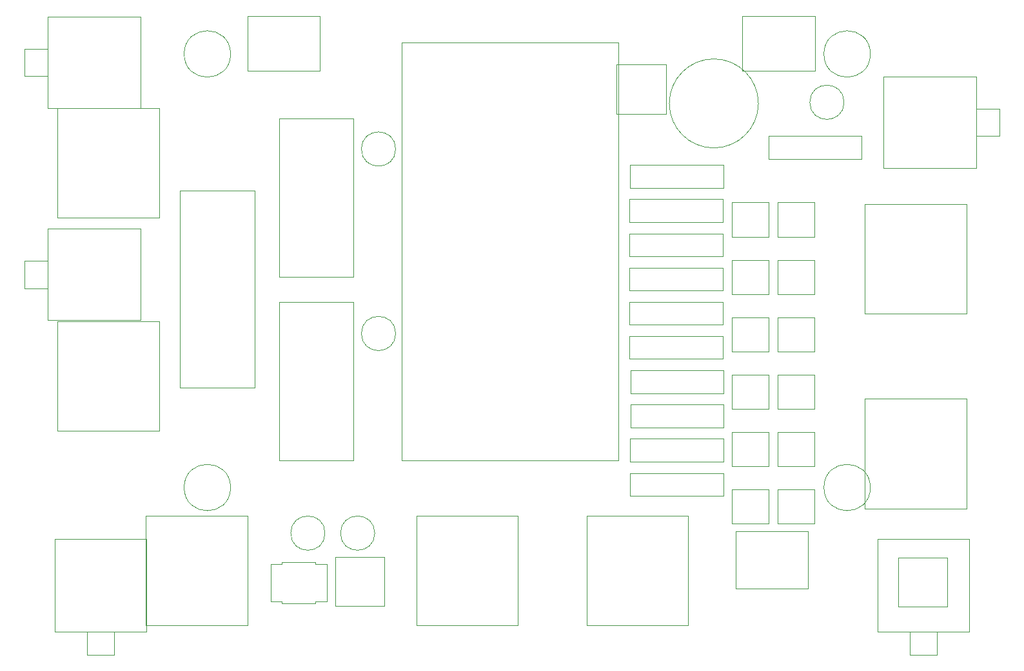
<source format=gbr>
%TF.GenerationSoftware,KiCad,Pcbnew,9.0.3*%
%TF.CreationDate,2025-07-22T15:18:12+02:00*%
%TF.ProjectId,Spikeling_v2.4,5370696b-656c-4696-9e67-5f76322e342e,rev?*%
%TF.SameCoordinates,Original*%
%TF.FileFunction,Other,User*%
%FSLAX46Y46*%
G04 Gerber Fmt 4.6, Leading zero omitted, Abs format (unit mm)*
G04 Created by KiCad (PCBNEW 9.0.3) date 2025-07-22 15:18:12*
%MOMM*%
%LPD*%
G01*
G04 APERTURE LIST*
%ADD10C,0.050000*%
%ADD11C,0.120000*%
G04 APERTURE END LIST*
D10*
%TO.C,SW2*%
X190250000Y-49990000D02*
X199800000Y-49990000D01*
X190250000Y-57240000D02*
X190250000Y-49990000D01*
X199800000Y-49990000D02*
X199800000Y-57240000D01*
X199800000Y-57240000D02*
X190250000Y-57240000D01*
%TO.C, *%
X123050000Y-55000000D02*
G75*
G02*
X116950000Y-55000000I-3050000J0D01*
G01*
X116950000Y-55000000D02*
G75*
G02*
X123050000Y-55000000I3050000J0D01*
G01*
%TO.C,D7*%
X188850000Y-74529000D02*
X188850000Y-79029000D01*
X188850000Y-79029000D02*
X193700000Y-79029000D01*
X193700000Y-74529000D02*
X188850000Y-74529000D01*
X193700000Y-79029000D02*
X193700000Y-74529000D01*
%TO.C,D2*%
X188850000Y-112254000D02*
X188850000Y-116754000D01*
X188850000Y-116754000D02*
X193700000Y-116754000D01*
X193700000Y-112254000D02*
X188850000Y-112254000D01*
X193700000Y-116754000D02*
X193700000Y-112254000D01*
%TO.C,D0*%
X136775000Y-121100000D02*
X136775000Y-127600000D01*
X136775000Y-127600000D02*
X143225000Y-127600000D01*
X143225000Y-121100000D02*
X136775000Y-121100000D01*
X143225000Y-127600000D02*
X143225000Y-121100000D01*
%TO.C,U3*%
X129400000Y-87575000D02*
X129400000Y-108425000D01*
X129400000Y-108425000D02*
X139200000Y-108425000D01*
X139200000Y-87575000D02*
X129400000Y-87575000D01*
X139200000Y-108425000D02*
X139200000Y-87575000D01*
%TO.C,RV6*%
X206350000Y-100350000D02*
X206350000Y-114750000D01*
X206350000Y-114750000D02*
X219650000Y-114750000D01*
X219650000Y-100350000D02*
X206350000Y-100350000D01*
X219650000Y-114750000D02*
X219650000Y-100350000D01*
%TO.C,RV4*%
X169850000Y-115750000D02*
X169850000Y-130150000D01*
X169850000Y-130150000D02*
X183150000Y-130150000D01*
X183150000Y-115750000D02*
X169850000Y-115750000D01*
X183150000Y-130150000D02*
X183150000Y-115750000D01*
%TO.C,D1*%
X173750000Y-56350000D02*
X173750000Y-62850000D01*
X173750000Y-62850000D02*
X180250000Y-62850000D01*
X180250000Y-56350000D02*
X173750000Y-56350000D01*
X180250000Y-62850000D02*
X180250000Y-56350000D01*
%TO.C,J2*%
X96000000Y-57900000D02*
X99000000Y-57900000D01*
X99000000Y-54300000D01*
X96000000Y-54300000D01*
X96000000Y-57900000D01*
D11*
X99000000Y-62100000D02*
X111200000Y-62100000D01*
X111200000Y-50100000D01*
X99000000Y-50100000D01*
X99000000Y-62100000D01*
%TO.C,J1*%
X221000000Y-58000000D02*
X208800000Y-58000000D01*
X208800000Y-70000000D01*
X221000000Y-70000000D01*
X221000000Y-58000000D01*
D10*
X224000000Y-62200000D02*
X221000000Y-62200000D01*
X221000000Y-65800000D01*
X224000000Y-65800000D01*
X224000000Y-62200000D01*
%TO.C,U4*%
X116400000Y-72950000D02*
X116400000Y-98900000D01*
X116400000Y-98900000D02*
X126200000Y-98900000D01*
X126200000Y-72950000D02*
X116400000Y-72950000D01*
X126200000Y-98900000D02*
X126200000Y-72950000D01*
%TO.C,RV1*%
X100350000Y-62150000D02*
X100350000Y-76550000D01*
X100350000Y-76550000D02*
X113650000Y-76550000D01*
X113650000Y-62150000D02*
X100350000Y-62150000D01*
X113650000Y-76550000D02*
X113650000Y-62150000D01*
%TO.C,D4*%
X188850000Y-97164000D02*
X188850000Y-101664000D01*
X188850000Y-101664000D02*
X193700000Y-101664000D01*
X193700000Y-97164000D02*
X188850000Y-97164000D01*
X193700000Y-101664000D02*
X193700000Y-97164000D01*
%TO.C,RV3*%
X111950000Y-115750000D02*
X111950000Y-130150000D01*
X111950000Y-130150000D02*
X125250000Y-130150000D01*
X125250000Y-115750000D02*
X111950000Y-115750000D01*
X125250000Y-130150000D02*
X125250000Y-115750000D01*
%TO.C,R3*%
X175550000Y-96600000D02*
X175550000Y-99600000D01*
X175550000Y-99600000D02*
X187810000Y-99600000D01*
X187810000Y-96600000D02*
X175550000Y-96600000D01*
X187810000Y-99600000D02*
X187810000Y-96600000D01*
%TO.C, *%
X207050000Y-55000000D02*
G75*
G02*
X200950000Y-55000000I-3050000J0D01*
G01*
X200950000Y-55000000D02*
G75*
G02*
X207050000Y-55000000I3050000J0D01*
G01*
%TO.C,U2*%
X129400000Y-63450000D02*
X129400000Y-84300000D01*
X129400000Y-84300000D02*
X139200000Y-84300000D01*
X139200000Y-63450000D02*
X129400000Y-63450000D01*
X139200000Y-84300000D02*
X139200000Y-63450000D01*
%TO.C,C2*%
X144722600Y-91750000D02*
G75*
G02*
X140222600Y-91750000I-2250000J0D01*
G01*
X140222600Y-91750000D02*
G75*
G02*
X144722600Y-91750000I2250000J0D01*
G01*
%TO.C,SW3*%
X125250000Y-49990000D02*
X134800000Y-49990000D01*
X125250000Y-57240000D02*
X125250000Y-49990000D01*
X134800000Y-49990000D02*
X134800000Y-57240000D01*
X134800000Y-57240000D02*
X125250000Y-57240000D01*
%TO.C,D11*%
X194850000Y-89619000D02*
X194850000Y-94119000D01*
X194850000Y-94119000D02*
X199700000Y-94119000D01*
X199700000Y-89619000D02*
X194850000Y-89619000D01*
X199700000Y-94119000D02*
X199700000Y-89619000D01*
%TO.C,D9*%
X194850000Y-104709000D02*
X194850000Y-109209000D01*
X194850000Y-109209000D02*
X199700000Y-109209000D01*
X199700000Y-104709000D02*
X194850000Y-104709000D01*
X199700000Y-109209000D02*
X199700000Y-104709000D01*
%TO.C,C1*%
X144722600Y-67500000D02*
G75*
G02*
X140222600Y-67500000I-2250000J0D01*
G01*
X140222600Y-67500000D02*
G75*
G02*
X144722600Y-67500000I2250000J0D01*
G01*
%TO.C,U5*%
X128300000Y-122040000D02*
X129800000Y-122040000D01*
X128300000Y-126960000D02*
X128300000Y-122040000D01*
X129800000Y-121800000D02*
X134200000Y-121800000D01*
X129800000Y-122040000D02*
X129800000Y-121800000D01*
X129800000Y-126960000D02*
X128300000Y-126960000D01*
X129800000Y-127200000D02*
X129800000Y-126960000D01*
X134200000Y-121800000D02*
X134200000Y-122040000D01*
X134200000Y-122040000D02*
X135700000Y-122040000D01*
X134200000Y-126960000D02*
X134200000Y-127200000D01*
X134200000Y-127200000D02*
X129800000Y-127200000D01*
X135700000Y-122040000D02*
X135700000Y-126960000D01*
X135700000Y-126960000D02*
X134200000Y-126960000D01*
%TO.C,R9*%
X175450000Y-87600000D02*
X175450000Y-90600000D01*
X175450000Y-90600000D02*
X187710000Y-90600000D01*
X187710000Y-87600000D02*
X175450000Y-87600000D01*
X187710000Y-90600000D02*
X187710000Y-87600000D01*
%TO.C,D13*%
X194850000Y-74529000D02*
X194850000Y-79029000D01*
X194850000Y-79029000D02*
X199700000Y-79029000D01*
X199700000Y-74529000D02*
X194850000Y-74529000D01*
X199700000Y-79029000D02*
X199700000Y-74529000D01*
%TO.C,R12*%
X175521000Y-110100000D02*
X175521000Y-113100000D01*
X175521000Y-113100000D02*
X187781000Y-113100000D01*
X187781000Y-110100000D02*
X175521000Y-110100000D01*
X187781000Y-113100000D02*
X187781000Y-110100000D01*
%TO.C,D12*%
X194850000Y-82074000D02*
X194850000Y-86574000D01*
X194850000Y-86574000D02*
X199700000Y-86574000D01*
X199700000Y-82074000D02*
X194850000Y-82074000D01*
X199700000Y-86574000D02*
X199700000Y-82074000D01*
%TO.C,C5*%
X135450000Y-118000000D02*
G75*
G02*
X130950000Y-118000000I-2250000J0D01*
G01*
X130950000Y-118000000D02*
G75*
G02*
X135450000Y-118000000I2250000J0D01*
G01*
%TO.C,D10*%
X194850000Y-97164000D02*
X194850000Y-101664000D01*
X194850000Y-101664000D02*
X199700000Y-101664000D01*
X199700000Y-97164000D02*
X194850000Y-97164000D01*
X199700000Y-101664000D02*
X199700000Y-97164000D01*
%TO.C,R1*%
X193670000Y-65800000D02*
X193670000Y-68800000D01*
X193670000Y-68800000D02*
X205930000Y-68800000D01*
X205930000Y-65800000D02*
X193670000Y-65800000D01*
X205930000Y-68800000D02*
X205930000Y-65800000D01*
%TO.C,RV7*%
X206350000Y-74722000D02*
X206350000Y-89122000D01*
X206350000Y-89122000D02*
X219650000Y-89122000D01*
X219650000Y-74722000D02*
X206350000Y-74722000D01*
X219650000Y-89122000D02*
X219650000Y-74722000D01*
%TO.C,RV2*%
X100350000Y-90150000D02*
X100350000Y-104550000D01*
X100350000Y-104550000D02*
X113650000Y-104550000D01*
X113650000Y-90150000D02*
X100350000Y-90150000D01*
X113650000Y-104550000D02*
X113650000Y-90150000D01*
%TO.C,J3*%
X96000000Y-85800000D02*
X99000000Y-85800000D01*
X99000000Y-82200000D01*
X96000000Y-82200000D01*
X96000000Y-85800000D01*
D11*
X99000000Y-90000000D02*
X111200000Y-90000000D01*
X111200000Y-78000000D01*
X99000000Y-78000000D01*
X99000000Y-90000000D01*
D10*
%TO.C,D3*%
X188850000Y-104709000D02*
X188850000Y-109209000D01*
X188850000Y-109209000D02*
X193700000Y-109209000D01*
X193700000Y-104709000D02*
X188850000Y-104709000D01*
X193700000Y-109209000D02*
X193700000Y-104709000D01*
%TO.C, *%
X207050000Y-112000000D02*
G75*
G02*
X200950000Y-112000000I-3050000J0D01*
G01*
X200950000Y-112000000D02*
G75*
G02*
X207050000Y-112000000I3050000J0D01*
G01*
%TO.C,C4*%
X141977401Y-118000000D02*
G75*
G02*
X137477401Y-118000000I-2250000J0D01*
G01*
X137477401Y-118000000D02*
G75*
G02*
X141977401Y-118000000I2250000J0D01*
G01*
%TO.C,D5*%
X188850000Y-89619000D02*
X188850000Y-94119000D01*
X188850000Y-94119000D02*
X193700000Y-94119000D01*
X193700000Y-89619000D02*
X188850000Y-89619000D01*
X193700000Y-94119000D02*
X193700000Y-89619000D01*
%TO.C,R8*%
X175450000Y-83100000D02*
X175450000Y-86100000D01*
X175450000Y-86100000D02*
X187710000Y-86100000D01*
X187710000Y-83100000D02*
X175450000Y-83100000D01*
X187710000Y-86100000D02*
X187710000Y-83100000D01*
%TO.C,R2*%
X175550000Y-101100000D02*
X175550000Y-104100000D01*
X175550000Y-104100000D02*
X187810000Y-104100000D01*
X187810000Y-101100000D02*
X175550000Y-101100000D01*
X187810000Y-104100000D02*
X187810000Y-101100000D01*
%TO.C,RV5*%
X147469000Y-115750000D02*
X147469000Y-130150000D01*
X147469000Y-130150000D02*
X160769000Y-130150000D01*
X160769000Y-115750000D02*
X147469000Y-115750000D01*
X160769000Y-130150000D02*
X160769000Y-115750000D01*
%TO.C,C3*%
X203600000Y-61350000D02*
G75*
G02*
X199100000Y-61350000I-2250000J0D01*
G01*
X199100000Y-61350000D02*
G75*
G02*
X203600000Y-61350000I2250000J0D01*
G01*
%TO.C,R7*%
X175450000Y-78600000D02*
X175450000Y-81600000D01*
X175450000Y-81600000D02*
X187710000Y-81600000D01*
X187710000Y-78600000D02*
X175450000Y-78600000D01*
X187710000Y-81600000D02*
X187710000Y-78600000D01*
%TO.C,R4*%
X175470000Y-69600000D02*
X175470000Y-72600000D01*
X175470000Y-72600000D02*
X187730000Y-72600000D01*
X187730000Y-69600000D02*
X175470000Y-69600000D01*
X187730000Y-72600000D02*
X187730000Y-69600000D01*
%TO.C,BZ1*%
X192350000Y-61500000D02*
G75*
G02*
X180650000Y-61500000I-5850000J0D01*
G01*
X180650000Y-61500000D02*
G75*
G02*
X192350000Y-61500000I5850000J0D01*
G01*
%TO.C, *%
X123050000Y-112000000D02*
G75*
G02*
X116950000Y-112000000I-3050000J0D01*
G01*
X116950000Y-112000000D02*
G75*
G02*
X123050000Y-112000000I3050000J0D01*
G01*
%TO.C,R11*%
X175520000Y-105600000D02*
X175520000Y-108600000D01*
X175520000Y-108600000D02*
X187780000Y-108600000D01*
X187780000Y-105600000D02*
X175520000Y-105600000D01*
X187780000Y-108600000D02*
X187780000Y-105600000D01*
%TO.C,R6*%
X175450000Y-74100000D02*
X175450000Y-77100000D01*
X175450000Y-77100000D02*
X187710000Y-77100000D01*
X187710000Y-74100000D02*
X175450000Y-74100000D01*
X187710000Y-77100000D02*
X187710000Y-74100000D01*
%TO.C,SW1*%
X189360000Y-117750000D02*
X189610000Y-117750000D01*
X189360000Y-118000000D02*
X189360000Y-117750000D01*
X189360000Y-125000000D02*
X189360000Y-118000000D01*
X189360000Y-125000000D02*
X189360000Y-125250000D01*
X189360000Y-125250000D02*
X189610000Y-125250000D01*
X189610000Y-117750000D02*
X198610000Y-117750000D01*
X198610000Y-117750000D02*
X198860000Y-117750000D01*
X198610000Y-125250000D02*
X189610000Y-125250000D01*
X198610000Y-125250000D02*
X198860000Y-125250000D01*
X198860000Y-117750000D02*
X198860000Y-118000000D01*
X198860000Y-118000000D02*
X198860000Y-125000000D01*
X198860000Y-125250000D02*
X198860000Y-125000000D01*
%TO.C,D8*%
X194850000Y-112254000D02*
X194850000Y-116754000D01*
X194850000Y-116754000D02*
X199700000Y-116754000D01*
X199700000Y-112254000D02*
X194850000Y-112254000D01*
X199700000Y-116754000D02*
X199700000Y-112254000D01*
%TO.C,D6*%
X188850000Y-82074000D02*
X188850000Y-86574000D01*
X188850000Y-86574000D02*
X193700000Y-86574000D01*
X193700000Y-82074000D02*
X188850000Y-82074000D01*
X193700000Y-86574000D02*
X193700000Y-82074000D01*
%TO.C,J5*%
X215800000Y-134000000D02*
X212200000Y-134000000D01*
X212200000Y-131000000D01*
X215800000Y-131000000D01*
X215800000Y-134000000D01*
D11*
X220000000Y-131000000D02*
X208000000Y-131000000D01*
X208000000Y-118800000D01*
X220000000Y-118800000D01*
X220000000Y-131000000D01*
D10*
%TO.C,U1*%
X145550000Y-53500000D02*
X173950000Y-53500000D01*
X145550000Y-108400000D02*
X145550000Y-53500000D01*
X173950000Y-53500000D02*
X173950000Y-108400000D01*
X173950000Y-108400000D02*
X145550000Y-108400000D01*
%TO.C,R5*%
X175450000Y-92100000D02*
X175450000Y-95100000D01*
X175450000Y-95100000D02*
X187710000Y-95100000D01*
X187710000Y-92100000D02*
X175450000Y-92100000D01*
X187710000Y-95100000D02*
X187710000Y-92100000D01*
%TO.C,D14*%
X210750000Y-121215000D02*
X210750000Y-127635000D01*
X210750000Y-127635000D02*
X217180000Y-127635000D01*
X217180000Y-121215000D02*
X210750000Y-121215000D01*
X217180000Y-127635000D02*
X217180000Y-121215000D01*
%TO.C,J4*%
X107800000Y-134000000D02*
X104200000Y-134000000D01*
X104200000Y-131000000D01*
X107800000Y-131000000D01*
X107800000Y-134000000D01*
D11*
X112000000Y-131000000D02*
X100000000Y-131000000D01*
X100000000Y-118800000D01*
X112000000Y-118800000D01*
X112000000Y-131000000D01*
%TD*%
M02*

</source>
